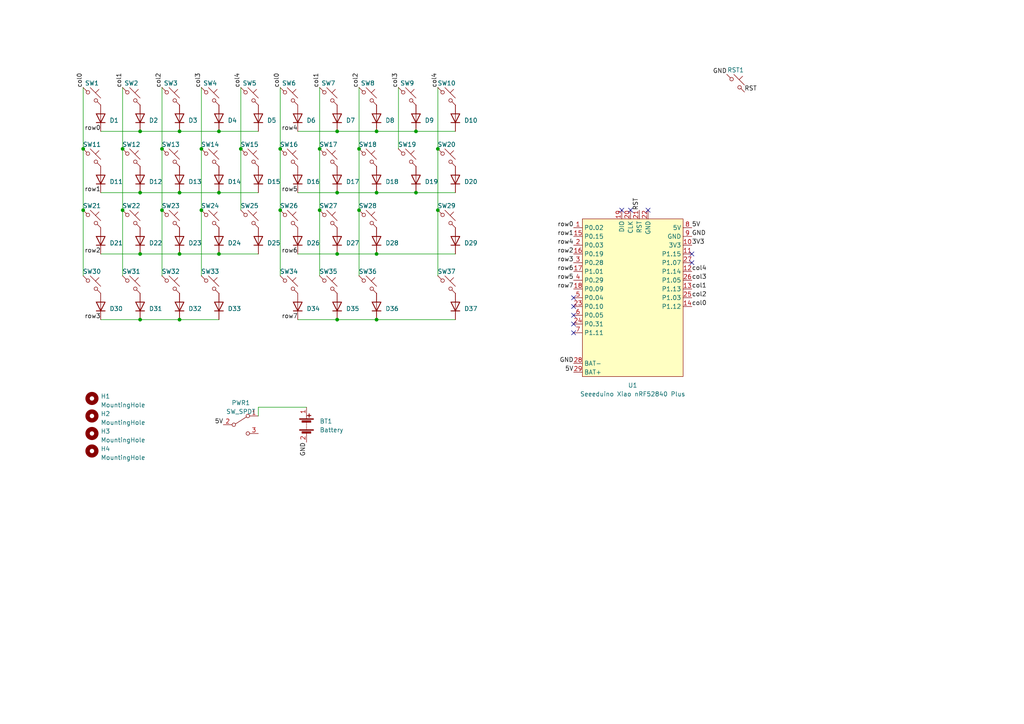
<source format=kicad_sch>
(kicad_sch (version 20250114) (generator "eeschema") (generator_version "9.0")
  (paper "A4")
  (lib_symbols
    (symbol "Device:Battery" (pin_names (offset 0) (hide yes))
      (property "Reference" "BT" (at 2.54 2.54 0))
      (property "Value" "Battery" (at 2.54 0 0))
      (symbol "Battery_0_1"
        (rectangle (start -2.032 1.778) (end 2.032 1.524) (fill (type outline)))
        (rectangle (start -2.032 -1.397) (end 2.032 -1.651) (fill (type outline)))
        (rectangle (start -1.3208 1.1938) (end 1.27 0.6858) (fill (type outline)))
        (rectangle (start -1.3208 -1.9812) (end 1.27 -2.4892) (fill (type outline)))
        (polyline (pts (xy 0 1.778) (xy 0 2.54)))
        (polyline (pts (xy 0 0.508) (xy 0 0.762)))
        (polyline (pts (xy 0 0) (xy 0 0.254)))
        (polyline (pts (xy 0 -0.508) (xy 0 -0.254)))
        (polyline (pts (xy 0 -1.016) (xy 0 -0.762)))
        (polyline (pts (xy 0 -1.524) (xy 0 -1.27)))
        (polyline (pts (xy 0.254 2.667) (xy 1.27 2.667)) (stroke (width 0.254)))
        (polyline (pts (xy 0.762 3.175) (xy 0.762 2.159)) (stroke (width 0.254)))
      )
      (symbol "Battery_1_1"
        (pin passive line (at 0 5.08 270) (length 2.54) (name "+") (number "1"))
        (pin passive line (at 0 -5.08 90) (length 2.54) (name "-") (number "2"))
      )
    )
    (symbol "Diode:1N4148W" (pin_numbers (hide yes)) (pin_names (hide yes))
      (property "Reference" "D" (at 0 2.54 0))
      (property "Value" "1N4148W" (at 0 -2.54 0))
      (symbol "1N4148W_0_1"
        (polyline (pts (xy -1.27 1.27) (xy -1.27 -1.27)) (stroke (width 0.254)))
        (polyline (pts (xy 1.27 1.27) (xy 1.27 -1.27) (xy -1.27 0) (xy 1.27 1.27)) (stroke (width 0.254)))
        (polyline (pts (xy 1.27 0) (xy -1.27 0)))
      )
      (symbol "1N4148W_1_1"
        (pin passive line (at -3.81 0 0) (length 2.54) (name "K") (number "1"))
        (pin passive line (at 3.81 0 180) (length 2.54) (name "A") (number "2"))
      )
    )
    (symbol "Mechanical:MountingHole" (pin_names (offset 1.016))
      (property "Reference" "H" (at 0 5.08 0))
      (property "Value" "MountingHole" (at 0 3.175 0))
      (symbol "MountingHole_0_1"
        (circle (center 0 0) (radius 1.27) (stroke (width 1.27)))
      )
    )
    (symbol "Switch:SW_Push_45deg" (pin_numbers (hide yes)) (pin_names (offset 1.016) (hide yes))
      (property "Reference" "SW" (at 3.048 1.016 0))
      (property "Value" "SW_Push_45deg" (at 0 -3.81 0))
      (symbol "SW_Push_45deg_0_1"
        (polyline (pts (xy -2.54 2.54) (xy -1.524 1.524) (xy -1.524 1.524)))
        (circle (center -1.1684 1.1684) (radius 0.508))
        (polyline (pts (xy -0.508 2.54) (xy 2.54 -0.508)))
        (polyline (pts (xy 1.016 1.016) (xy 2.032 2.032)))
        (circle (center 1.143 -1.1938) (radius 0.508))
        (polyline (pts (xy 1.524 -1.524) (xy 2.54 -2.54) (xy 2.54 -2.54) (xy 2.54 -2.54)))
        (pin passive line (at -2.54 2.54 0) (length 0) (name "1") (number "1"))
        (pin passive line (at 2.54 -2.54 180) (length 0) (name "2") (number "2"))
      )
    )
    (symbol "Switch:SW_SPDT" (pin_names (offset 0) (hide yes))
      (property "Reference" "SW" (at 0 4.318 0))
      (property "Value" "SW_SPDT" (at 0 -5.08 0))
      (symbol "SW_SPDT_0_0"
        (circle (center -2.032 0) (radius 0.508))
        (circle (center 2.032 -2.54) (radius 0.508))
      )
      (symbol "SW_SPDT_0_1"
        (polyline (pts (xy -1.524 0.254) (xy 1.651 2.286)))
        (circle (center 2.032 2.54) (radius 0.508))
      )
      (symbol "SW_SPDT_1_1"
        (pin passive line (at -5.08 0 0) (length 2.54) (name "B") (number "2"))
        (pin passive line (at 5.08 2.54 180) (length 2.54) (name "A") (number "1"))
        (pin passive line (at 5.08 -2.54 180) (length 2.54) (name "C") (number "3"))
      )
    )
    (symbol "xiao nrf plus:Seeeduino_Xiao_nRF52840_Plus" (in_bom no)
      (property "Reference" "U1" (at 4.445 -31.75 0))
      (property "Value" "Seeeduino Xiao nRF52840 Plus" (at 4.445 -34.29 0))
      (symbol "Seeeduino_Xiao_nRF52840_Plus_1_0"
        (pin bidirectional line (at -12.7 13.97 0) (length 2.54) (name "P0.02") (number "1"))
        (pin bidirectional line (at -12.7 8.89 0) (length 2.54) (name "P0.03") (number "2"))
        (pin bidirectional line (at -12.7 3.81 0) (length 2.54) (name "P0.28") (number "3"))
        (pin bidirectional line (at -12.7 -1.27 0) (length 2.54) (name "P0.29") (number "4"))
        (pin bidirectional line (at -12.7 -3.81 0) (length 2.54) (name "P0.09") (number "18"))
        (pin bidirectional line (at -12.7 -6.35 0) (length 2.54) (name "P0.04") (number "5"))
        (pin bidirectional line (at -12.7 -8.89 0) (length 2.54) (name "P0.10") (number "23"))
        (pin bidirectional line (at -12.7 -11.43 0) (length 2.54) (name "P0.05") (number "6"))
        (pin bidirectional line (at -12.7 -13.97 0) (length 2.54) (name "P0.31") (number "24"))
        (pin bidirectional line (at -12.7 -16.51 0) (length 2.54) (name "P1.11") (number "7"))
        (pin power_in line (at -12.7 -25.4 0) (length 2.54) (name "BAT-") (number "28"))
        (pin power_in line (at -12.7 -27.94 0) (length 2.54) (name "BAT+") (number "29"))
        (pin bidirectional line (at 1.27 19.05 270) (length 2.54) (name "DIO") (number "19"))
        (pin bidirectional line (at 3.81 19.05 270) (length 2.54) (name "CLK") (number "20"))
        (pin bidirectional line (at 6.35 19.05 270) (length 2.54) (name "RST") (number "21"))
        (pin power_out line (at 8.89 19.05 270) (length 2.54) (name "GND") (number "22"))
        (pin power_out line (at 21.59 13.97 180) (length 2.54) (name "5V") (number "8"))
        (pin power_out line (at 21.59 11.43 180) (length 2.54) (name "GND") (number "9"))
        (pin power_out line (at 21.59 8.89 180) (length 2.54) (name "3V3") (number "10"))
        (pin bidirectional line (at 21.59 6.35 180) (length 2.54) (name "P1.15") (number "11"))
        (pin bidirectional line (at 21.59 3.81 180) (length 2.54) (name "P1.07") (number "27"))
        (pin bidirectional line (at 21.59 1.27 180) (length 2.54) (name "P1.14") (number "12"))
        (pin bidirectional line (at 21.59 -1.27 180) (length 2.54) (name "P1.05") (number "26"))
        (pin bidirectional line (at 21.59 -3.81 180) (length 2.54) (name "P1.13") (number "13"))
        (pin bidirectional line (at 21.59 -6.35 180) (length 2.54) (name "P1.03") (number "25"))
        (pin bidirectional line (at 21.59 -8.89 180) (length 2.54) (name "P1.12") (number "14"))
      )
      (symbol "Seeeduino_Xiao_nRF52840_Plus_1_1"
        (rectangle (start -10.16 16.51) (end 19.05 -29.21) (fill (type background)))
        (pin bidirectional line (at -12.7 11.43 0) (length 2.54) (name "P0.15") (number "15"))
        (pin bidirectional line (at -12.7 6.35 0) (length 2.54) (name "P0.19") (number "16"))
        (pin bidirectional line (at -12.7 1.27 0) (length 2.54) (name "P1.01") (number "17"))
      )
    )
  )
  (junction (at 40.64 55.88))
  (junction (at 97.79 38.1))
  (junction (at 46.99 60.96))
  (junction (at 58.42 60.96))
  (junction (at 97.79 73.66))
  (junction (at 52.07 73.66))
  (junction (at 52.07 38.1))
  (junction (at 58.42 43.18))
  (junction (at 35.56 60.96))
  (junction (at 35.56 43.18))
  (junction (at 120.65 55.88))
  (junction (at 109.22 38.1))
  (junction (at 92.71 43.18))
  (junction (at 63.5 55.88))
  (junction (at 109.22 92.71))
  (junction (at 109.22 55.88))
  (junction (at 81.28 60.96))
  (junction (at 104.14 60.96))
  (junction (at 52.07 55.88))
  (junction (at 97.79 55.88))
  (junction (at 109.22 73.66))
  (junction (at 40.64 73.66))
  (junction (at 46.99 43.18))
  (junction (at 24.13 60.96))
  (junction (at 40.64 92.71))
  (junction (at 127 60.96))
  (junction (at 120.65 38.1))
  (junction (at 63.5 38.1))
  (junction (at 69.85 43.18))
  (junction (at 40.64 38.1))
  (junction (at 81.28 43.18))
  (junction (at 104.14 43.18))
  (junction (at 127 43.18))
  (junction (at 24.13 43.18))
  (junction (at 92.71 60.96))
  (junction (at 63.5 73.66))
  (junction (at 52.07 92.71))
  (junction (at 97.79 92.71))
  (no_connect (at 166.37 96.52))
  (no_connect (at 180.34 60.96))
  (no_connect (at 200.66 76.2))
  (no_connect (at 166.37 86.36))
  (no_connect (at 166.37 93.98))
  (no_connect (at 200.66 73.66))
  (no_connect (at 166.37 88.9))
  (no_connect (at 182.88 60.96))
  (no_connect (at 187.96 60.96))
  (no_connect (at 166.37 91.44))
  (wire (pts (xy 40.64 73.66) (xy 52.07 73.66)))
  (wire (pts (xy 104.14 25.4) (xy 104.14 43.18)))
  (wire (pts (xy 63.5 73.66) (xy 74.93 73.66)))
  (wire (pts (xy 40.64 92.71) (xy 52.07 92.71)))
  (wire (pts (xy 104.14 60.96) (xy 104.14 80.01)))
  (wire (pts (xy 52.07 73.66) (xy 63.5 73.66)))
  (wire (pts (xy 29.21 38.1) (xy 40.64 38.1)))
  (wire (pts (xy 88.9 118.11) (xy 74.93 118.11)))
  (wire (pts (xy 58.42 43.18) (xy 58.42 60.96)))
  (wire (pts (xy 24.13 60.96) (xy 24.13 80.01)))
  (wire (pts (xy 104.14 43.18) (xy 104.14 60.96)))
  (wire (pts (xy 24.13 25.4) (xy 24.13 43.18)))
  (wire (pts (xy 81.28 25.4) (xy 81.28 43.18)))
  (wire (pts (xy 97.79 92.71) (xy 109.22 92.71)))
  (wire (pts (xy 86.36 73.66) (xy 97.79 73.66)))
  (wire (pts (xy 127 25.4) (xy 127 43.18)))
  (wire (pts (xy 127 43.18) (xy 127 60.96)))
  (wire (pts (xy 109.22 92.71) (xy 132.08 92.71)))
  (wire (pts (xy 63.5 55.88) (xy 74.93 55.88)))
  (wire (pts (xy 29.21 55.88) (xy 40.64 55.88)))
  (wire (pts (xy 81.28 60.96) (xy 81.28 80.01)))
  (wire (pts (xy 24.13 43.18) (xy 24.13 60.96)))
  (wire (pts (xy 69.85 43.18) (xy 69.85 60.96)))
  (wire (pts (xy 97.79 38.1) (xy 109.22 38.1)))
  (wire (pts (xy 69.85 25.4) (xy 69.85 43.18)))
  (wire (pts (xy 120.65 38.1) (xy 132.08 38.1)))
  (wire (pts (xy 52.07 55.88) (xy 63.5 55.88)))
  (wire (pts (xy 46.99 60.96) (xy 46.99 80.01)))
  (wire (pts (xy 29.21 92.71) (xy 40.64 92.71)))
  (wire (pts (xy 92.71 43.18) (xy 92.71 60.96)))
  (wire (pts (xy 127 60.96) (xy 127 80.01)))
  (wire (pts (xy 58.42 60.96) (xy 58.42 80.01)))
  (wire (pts (xy 109.22 73.66) (xy 132.08 73.66)))
  (wire (pts (xy 74.93 118.11) (xy 74.93 120.65)))
  (wire (pts (xy 40.64 55.88) (xy 52.07 55.88)))
  (wire (pts (xy 97.79 73.66) (xy 109.22 73.66)))
  (wire (pts (xy 92.71 25.4) (xy 92.71 43.18)))
  (wire (pts (xy 115.57 25.4) (xy 115.57 43.18)))
  (wire (pts (xy 63.5 38.1) (xy 74.93 38.1)))
  (wire (pts (xy 29.21 73.66) (xy 40.64 73.66)))
  (wire (pts (xy 46.99 25.4) (xy 46.99 43.18)))
  (wire (pts (xy 97.79 55.88) (xy 109.22 55.88)))
  (wire (pts (xy 86.36 55.88) (xy 97.79 55.88)))
  (wire (pts (xy 58.42 25.4) (xy 58.42 43.18)))
  (wire (pts (xy 109.22 55.88) (xy 120.65 55.88)))
  (wire (pts (xy 120.65 55.88) (xy 132.08 55.88)))
  (wire (pts (xy 35.56 43.18) (xy 35.56 60.96)))
  (wire (pts (xy 35.56 60.96) (xy 35.56 80.01)))
  (wire (pts (xy 52.07 92.71) (xy 63.5 92.71)))
  (wire (pts (xy 86.36 92.71) (xy 97.79 92.71)))
  (wire (pts (xy 40.64 38.1) (xy 52.07 38.1)))
  (wire (pts (xy 35.56 25.4) (xy 35.56 43.18)))
  (wire (pts (xy 46.99 43.18) (xy 46.99 60.96)))
  (wire (pts (xy 86.36 38.1) (xy 97.79 38.1)))
  (wire (pts (xy 92.71 60.96) (xy 92.71 80.01)))
  (wire (pts (xy 52.07 38.1) (xy 63.5 38.1)))
  (wire (pts (xy 81.28 43.18) (xy 81.28 60.96)))
  (wire (pts (xy 109.22 38.1) (xy 120.65 38.1)))
  (label "GND" (at 200.66 68.58 0))
  (label "row3" (at 166.37 76.2 180))
  (label "col1" (at 92.71 25.4 90))
  (label "row3" (at 29.21 92.71 180))
  (label "col3" (at 58.42 25.4 90))
  (label "col0" (at 81.28 25.4 90))
  (label "col0" (at 24.13 25.4 90))
  (label "RST" (at 215.9 26.67 0))
  (label "row1" (at 29.21 55.88 180))
  (label "3V3" (at 200.66 71.12 0))
  (label "col3" (at 200.66 81.28 0))
  (label "col4" (at 200.66 78.74 0))
  (label "row7" (at 86.36 92.71 180))
  (label "row5" (at 86.36 55.88 180))
  (label "GND" (at 88.9 128.27 270))
  (label "col1" (at 200.66 83.82 0))
  (label "row2" (at 166.37 73.66 180))
  (label "row4" (at 166.37 71.12 180))
  (label "row2" (at 29.21 73.66 180))
  (label "row0" (at 166.37 66.04 180))
  (label "RST" (at 185.42 60.96 90))
  (label "col4" (at 127 25.4 90))
  (label "row0" (at 29.21 38.1 180))
  (label "5V" (at 64.77 123.19 180))
  (label "col1" (at 35.56 25.4 90))
  (label "row4" (at 86.36 38.1 180))
  (label "col0" (at 200.66 88.9 0))
  (label "row5" (at 166.37 81.28 180))
  (label "col3" (at 115.57 25.4 90))
  (label "GND" (at 166.37 105.41 180))
  (label "row6" (at 166.37 78.74 180))
  (label "5V" (at 166.37 107.95 180))
  (label "GND" (at 210.82 21.59 180))
  (label "row7" (at 166.37 83.82 180))
  (label "row1" (at 166.37 68.58 180))
  (label "col2" (at 104.14 25.4 90))
  (label "5V" (at 200.66 66.04 0))
  (label "col2" (at 200.66 86.36 0))
  (label "col2" (at 46.99 25.4 90))
  (label "col4" (at 69.85 25.4 90))
  (label "row6" (at 86.36 73.66 180))
  (symbol (lib_id "Switch:SW_SPDT") (at 69.85 123.19 0) (unit 1)
    (property "Reference" "PWR1" (at 69.85 116.84 0))
    (property "Value" "SW_SPDT" (at 69.85 119.38 0))
    (property "Footprint" "0-jasonhazel-footprints:SW_CuK_OS102011MA1QN1_SPDT_Angled" (effects (hide yes)))
  )
  (symbol (lib_id "Diode:1N4148W") (at 63.5 69.85 90) (unit 1)
    (property "Reference" "D24" (at 66.04 70.485 90) (effects (justify right)))
    (property "Value" "1N4148W" (effects (hide yes)))
    (property "Footprint" "0-jasonhazel-footprints:D_SOD-123" (effects (hide yes)))
    (property "Datasheet" "https://www.vishay.com/docs/85748/1n4148w.pdf" (effects (hide yes)))
    (property "Sim.Device" "D" (effects (hide yes)))
    (property "Sim.Pins" "1=K 2=A" (effects (hide yes)))
  )
  (symbol (lib_id "Switch:SW_Push_45deg") (at 72.39 27.94 0) (unit 1)
    (property "Reference" "SW5" (at 72.39 24.13 0))
    (property "Value" "SW_Push_45deg" (effects (hide yes)))
    (property "Footprint" "0-jasonhazel-footprints:Choc-1u-solder" (effects (hide yes)))
  )
  (symbol (lib_id "Mechanical:MountingHole") (at 26.67 120.65 0) (unit 1)
    (property "Reference" "H2" (at 29.21 120.015 0) (effects (justify left)))
    (property "Value" "MountingHole" (at 29.21 122.555 0) (effects (justify left)))
  )
  (symbol (lib_id "Switch:SW_Push_45deg") (at 118.11 27.94 0) (unit 1)
    (property "Reference" "SW9" (at 118.11 24.13 0))
    (property "Value" "SW_Push_45deg" (effects (hide yes)))
    (property "Footprint" "0-jasonhazel-footprints:Choc-1u-solder" (effects (hide yes)))
  )
  (symbol (lib_id "Switch:SW_Push_45deg") (at 129.54 45.72 0) (unit 1)
    (property "Reference" "SW20" (at 129.54 41.91 0))
    (property "Value" "SW_Push_45deg" (effects (hide yes)))
    (property "Footprint" "0-jasonhazel-footprints:Choc-1u-solder" (effects (hide yes)))
  )
  (symbol (lib_id "Switch:SW_Push_45deg") (at 60.96 27.94 0) (unit 1)
    (property "Reference" "SW4" (at 60.96 24.13 0))
    (property "Value" "SW_Push_45deg" (effects (hide yes)))
    (property "Footprint" "0-jasonhazel-footprints:Choc-1u-solder" (effects (hide yes)))
  )
  (symbol (lib_id "Diode:1N4148W") (at 97.79 52.07 90) (unit 1)
    (property "Reference" "D17" (at 100.33 52.705 90) (effects (justify right)))
    (property "Value" "1N4148W" (effects (hide yes)))
    (property "Footprint" "0-jasonhazel-footprints:D_SOD-123" (effects (hide yes)))
    (property "Datasheet" "https://www.vishay.com/docs/85748/1n4148w.pdf" (effects (hide yes)))
    (property "Sim.Device" "D" (effects (hide yes)))
    (property "Sim.Pins" "1=K 2=A" (effects (hide yes)))
  )
  (symbol (lib_id "Diode:1N4148W") (at 29.21 88.9 90) (unit 1)
    (property "Reference" "D30" (at 31.75 89.535 90) (effects (justify right)))
    (property "Value" "1N4148W" (effects (hide yes)))
    (property "Footprint" "0-jasonhazel-footprints:D_SOD-123" (effects (hide yes)))
    (property "Datasheet" "https://www.vishay.com/docs/85748/1n4148w.pdf" (effects (hide yes)))
    (property "Sim.Device" "D" (effects (hide yes)))
    (property "Sim.Pins" "1=K 2=A" (effects (hide yes)))
  )
  (symbol (lib_id "Mechanical:MountingHole") (at 26.67 130.81 0) (unit 1)
    (property "Reference" "H4" (at 29.21 130.175 0) (effects (justify left)))
    (property "Value" "MountingHole" (at 29.21 132.715 0) (effects (justify left)))
  )
  (symbol (lib_id "Switch:SW_Push_45deg") (at 83.82 45.72 0) (unit 1)
    (property "Reference" "SW16" (at 83.82 41.91 0))
    (property "Value" "SW_Push_45deg" (effects (hide yes)))
    (property "Footprint" "0-jasonhazel-footprints:Choc-1u-solder" (effects (hide yes)))
  )
  (symbol (lib_id "Switch:SW_Push_45deg") (at 49.53 27.94 0) (unit 1)
    (property "Reference" "SW3" (at 49.53 24.13 0))
    (property "Value" "SW_Push_45deg" (effects (hide yes)))
    (property "Footprint" "0-jasonhazel-footprints:Choc-1u-solder" (effects (hide yes)))
  )
  (symbol (lib_id "Diode:1N4148W") (at 86.36 52.07 90) (unit 1)
    (property "Reference" "D16" (at 88.9 52.705 90) (effects (justify right)))
    (property "Value" "1N4148W" (effects (hide yes)))
    (property "Footprint" "0-jasonhazel-footprints:D_SOD-123" (effects (hide yes)))
    (property "Datasheet" "https://www.vishay.com/docs/85748/1n4148w.pdf" (effects (hide yes)))
    (property "Sim.Device" "D" (effects (hide yes)))
    (property "Sim.Pins" "1=K 2=A" (effects (hide yes)))
  )
  (symbol (lib_id "Diode:1N4148W") (at 63.5 52.07 90) (unit 1)
    (property "Reference" "D14" (at 66.04 52.705 90) (effects (justify right)))
    (property "Value" "1N4148W" (effects (hide yes)))
    (property "Footprint" "0-jasonhazel-footprints:D_SOD-123" (effects (hide yes)))
    (property "Datasheet" "https://www.vishay.com/docs/85748/1n4148w.pdf" (effects (hide yes)))
    (property "Sim.Device" "D" (effects (hide yes)))
    (property "Sim.Pins" "1=K 2=A" (effects (hide yes)))
  )
  (symbol (lib_id "Switch:SW_Push_45deg") (at 26.67 82.55 0) (unit 1)
    (property "Reference" "SW30" (at 26.67 78.74 0))
    (property "Value" "SW_Push_45deg" (effects (hide yes)))
    (property "Footprint" "0-jasonhazel-footprints:Choc-1u-solder" (effects (hide yes)))
  )
  (symbol (lib_id "Switch:SW_Push_45deg") (at 106.68 27.94 0) (unit 1)
    (property "Reference" "SW8" (at 106.68 24.13 0))
    (property "Value" "SW_Push_45deg" (effects (hide yes)))
    (property "Footprint" "0-jasonhazel-footprints:Choc-1u-solder" (effects (hide yes)))
  )
  (symbol (lib_id "Diode:1N4148W") (at 86.36 88.9 90) (unit 1)
    (property "Reference" "D34" (at 88.9 89.535 90) (effects (justify right)))
    (property "Value" "1N4148W" (effects (hide yes)))
    (property "Footprint" "0-jasonhazel-footprints:D_SOD-123" (effects (hide yes)))
    (property "Datasheet" "https://www.vishay.com/docs/85748/1n4148w.pdf" (effects (hide yes)))
    (property "Sim.Device" "D" (effects (hide yes)))
    (property "Sim.Pins" "1=K 2=A" (effects (hide yes)))
  )
  (symbol (lib_id "Diode:1N4148W") (at 109.22 34.29 90) (unit 1)
    (property "Reference" "D8" (at 111.76 34.925 90) (effects (justify right)))
    (property "Value" "1N4148W" (effects (hide yes)))
    (property "Footprint" "0-jasonhazel-footprints:D_SOD-123" (effects (hide yes)))
    (property "Datasheet" "https://www.vishay.com/docs/85748/1n4148w.pdf" (effects (hide yes)))
    (property "Sim.Device" "D" (effects (hide yes)))
    (property "Sim.Pins" "1=K 2=A" (effects (hide yes)))
  )
  (symbol (lib_id "Switch:SW_Push_45deg") (at 72.39 45.72 0) (unit 1)
    (property "Reference" "SW15" (at 72.39 41.91 0))
    (property "Value" "SW_Push_45deg" (effects (hide yes)))
    (property "Footprint" "0-jasonhazel-footprints:Choc-1u-solder" (effects (hide yes)))
  )
  (symbol (lib_id "Switch:SW_Push_45deg") (at 95.25 27.94 0) (unit 1)
    (property "Reference" "SW7" (at 95.25 24.13 0))
    (property "Value" "SW_Push_45deg" (effects (hide yes)))
    (property "Footprint" "0-jasonhazel-footprints:Choc-1u-solder" (effects (hide yes)))
  )
  (symbol (lib_id "Diode:1N4148W") (at 132.08 34.29 90) (unit 1)
    (property "Reference" "D10" (at 134.62 34.925 90) (effects (justify right)))
    (property "Value" "1N4148W" (effects (hide yes)))
    (property "Footprint" "0-jasonhazel-footprints:D_SOD-123" (effects (hide yes)))
    (property "Datasheet" "https://www.vishay.com/docs/85748/1n4148w.pdf" (effects (hide yes)))
    (property "Sim.Device" "D" (effects (hide yes)))
    (property "Sim.Pins" "1=K 2=A" (effects (hide yes)))
  )
  (symbol (lib_id "Diode:1N4148W") (at 132.08 69.85 90) (unit 1)
    (property "Reference" "D29" (at 134.62 70.485 90) (effects (justify right)))
    (property "Value" "1N4148W" (effects (hide yes)))
    (property "Footprint" "0-jasonhazel-footprints:D_SOD-123" (effects (hide yes)))
    (property "Datasheet" "https://www.vishay.com/docs/85748/1n4148w.pdf" (effects (hide yes)))
    (property "Sim.Device" "D" (effects (hide yes)))
    (property "Sim.Pins" "1=K 2=A" (effects (hide yes)))
  )
  (symbol (lib_id "Switch:SW_Push_45deg") (at 95.25 63.5 0) (unit 1)
    (property "Reference" "SW27" (at 95.25 59.69 0))
    (property "Value" "SW_Push_45deg" (effects (hide yes)))
    (property "Footprint" "0-jasonhazel-footprints:Choc-1u-solder" (effects (hide yes)))
  )
  (symbol (lib_id "Diode:1N4148W") (at 52.07 88.9 90) (unit 1)
    (property "Reference" "D32" (at 54.61 89.535 90) (effects (justify right)))
    (property "Value" "1N4148W" (effects (hide yes)))
    (property "Footprint" "0-jasonhazel-footprints:D_SOD-123" (effects (hide yes)))
    (property "Datasheet" "https://www.vishay.com/docs/85748/1n4148w.pdf" (effects (hide yes)))
    (property "Sim.Device" "D" (effects (hide yes)))
    (property "Sim.Pins" "1=K 2=A" (effects (hide yes)))
  )
  (symbol (lib_id "Switch:SW_Push_45deg") (at 106.68 45.72 0) (unit 1)
    (property "Reference" "SW18" (at 106.68 41.91 0))
    (property "Value" "SW_Push_45deg" (effects (hide yes)))
    (property "Footprint" "0-jasonhazel-footprints:Choc-1u-solder" (effects (hide yes)))
  )
  (symbol (lib_id "Diode:1N4148W") (at 52.07 52.07 90) (unit 1)
    (property "Reference" "D13" (at 54.61 52.705 90) (effects (justify right)))
    (property "Value" "1N4148W" (effects (hide yes)))
    (property "Footprint" "0-jasonhazel-footprints:D_SOD-123" (effects (hide yes)))
    (property "Datasheet" "https://www.vishay.com/docs/85748/1n4148w.pdf" (effects (hide yes)))
    (property "Sim.Device" "D" (effects (hide yes)))
    (property "Sim.Pins" "1=K 2=A" (effects (hide yes)))
  )
  (symbol (lib_id "Diode:1N4148W") (at 63.5 34.29 90) (unit 1)
    (property "Reference" "D4" (at 66.04 34.925 90) (effects (justify right)))
    (property "Value" "1N4148W" (effects (hide yes)))
    (property "Footprint" "0-jasonhazel-footprints:D_SOD-123" (effects (hide yes)))
    (property "Datasheet" "https://www.vishay.com/docs/85748/1n4148w.pdf" (effects (hide yes)))
    (property "Sim.Device" "D" (effects (hide yes)))
    (property "Sim.Pins" "1=K 2=A" (effects (hide yes)))
  )
  (symbol (lib_id "Diode:1N4148W") (at 97.79 69.85 90) (unit 1)
    (property "Reference" "D27" (at 100.33 70.485 90) (effects (justify right)))
    (property "Value" "1N4148W" (effects (hide yes)))
    (property "Footprint" "0-jasonhazel-footprints:D_SOD-123" (effects (hide yes)))
    (property "Datasheet" "https://www.vishay.com/docs/85748/1n4148w.pdf" (effects (hide yes)))
    (property "Sim.Device" "D" (effects (hide yes)))
    (property "Sim.Pins" "1=K 2=A" (effects (hide yes)))
  )
  (symbol (lib_id "Diode:1N4148W") (at 109.22 52.07 90) (unit 1)
    (property "Reference" "D18" (at 111.76 52.705 90) (effects (justify right)))
    (property "Value" "1N4148W" (effects (hide yes)))
    (property "Footprint" "0-jasonhazel-footprints:D_SOD-123" (effects (hide yes)))
    (property "Datasheet" "https://www.vishay.com/docs/85748/1n4148w.pdf" (effects (hide yes)))
    (property "Sim.Device" "D" (effects (hide yes)))
    (property "Sim.Pins" "1=K 2=A" (effects (hide yes)))
  )
  (symbol (lib_id "Diode:1N4148W") (at 97.79 34.29 90) (unit 1)
    (property "Reference" "D7" (at 100.33 34.925 90) (effects (justify right)))
    (property "Value" "1N4148W" (effects (hide yes)))
    (property "Footprint" "0-jasonhazel-footprints:D_SOD-123" (effects (hide yes)))
    (property "Datasheet" "https://www.vishay.com/docs/85748/1n4148w.pdf" (effects (hide yes)))
    (property "Sim.Device" "D" (effects (hide yes)))
    (property "Sim.Pins" "1=K 2=A" (effects (hide yes)))
  )
  (symbol (lib_id "Switch:SW_Push_45deg") (at 26.67 63.5 0) (unit 1)
    (property "Reference" "SW21" (at 26.67 59.69 0))
    (property "Value" "SW_Push_45deg" (effects (hide yes)))
    (property "Footprint" "0-jasonhazel-footprints:Choc-1.75u-solder" (effects (hide yes)))
  )
  (symbol (lib_id "Diode:1N4148W") (at 29.21 34.29 90) (unit 1)
    (property "Reference" "D1" (at 31.75 34.925 90) (effects (justify right)))
    (property "Value" "1N4148W" (effects (hide yes)))
    (property "Footprint" "0-jasonhazel-footprints:D_SOD-123" (effects (hide yes)))
    (property "Datasheet" "https://www.vishay.com/docs/85748/1n4148w.pdf" (effects (hide yes)))
    (property "Sim.Device" "D" (effects (hide yes)))
    (property "Sim.Pins" "1=K 2=A" (effects (hide yes)))
  )
  (symbol (lib_id "Switch:SW_Push_45deg") (at 38.1 45.72 0) (unit 1)
    (property "Reference" "SW12" (at 38.1 41.91 0))
    (property "Value" "SW_Push_45deg" (effects (hide yes)))
    (property "Footprint" "0-jasonhazel-footprints:Choc-1u-solder" (effects (hide yes)))
  )
  (symbol (lib_id "Switch:SW_Push_45deg") (at 83.82 63.5 0) (unit 1)
    (property "Reference" "SW26" (at 83.82 59.69 0))
    (property "Value" "SW_Push_45deg" (effects (hide yes)))
    (property "Footprint" "0-jasonhazel-footprints:Choc-1u-solder" (effects (hide yes)))
  )
  (symbol (lib_id "Diode:1N4148W") (at 120.65 52.07 90) (unit 1)
    (property "Reference" "D19" (at 123.19 52.705 90) (effects (justify right)))
    (property "Value" "1N4148W" (effects (hide yes)))
    (property "Footprint" "0-jasonhazel-footprints:D_SOD-123" (effects (hide yes)))
    (property "Datasheet" "https://www.vishay.com/docs/85748/1n4148w.pdf" (effects (hide yes)))
    (property "Sim.Device" "D" (effects (hide yes)))
    (property "Sim.Pins" "1=K 2=A" (effects (hide yes)))
  )
  (symbol (lib_id "Switch:SW_Push_45deg") (at 129.54 27.94 0) (unit 1)
    (property "Reference" "SW10" (at 129.54 24.13 0))
    (property "Value" "SW_Push_45deg" (effects (hide yes)))
    (property "Footprint" "0-jasonhazel-footprints:Choc-1.25u-solder" (effects (hide yes)))
  )
  (symbol (lib_id "Diode:1N4148W") (at 86.36 34.29 90) (unit 1)
    (property "Reference" "D6" (at 88.9 34.925 90) (effects (justify right)))
    (property "Value" "1N4148W" (effects (hide yes)))
    (property "Footprint" "0-jasonhazel-footprints:D_SOD-123" (effects (hide yes)))
    (property "Datasheet" "https://www.vishay.com/docs/85748/1n4148w.pdf" (effects (hide yes)))
    (property "Sim.Device" "D" (effects (hide yes)))
    (property "Sim.Pins" "1=K 2=A" (effects (hide yes)))
  )
  (symbol (lib_id "Diode:1N4148W") (at 97.79 88.9 90) (unit 1)
    (property "Reference" "D35" (at 100.33 89.535 90) (effects (justify right)))
    (property "Value" "1N4148W" (effects (hide yes)))
    (property "Footprint" "0-jasonhazel-footprints:D_SOD-123" (effects (hide yes)))
    (property "Datasheet" "https://www.vishay.com/docs/85748/1n4148w.pdf" (effects (hide yes)))
    (property "Sim.Device" "D" (effects (hide yes)))
    (property "Sim.Pins" "1=K 2=A" (effects (hide yes)))
  )
  (symbol (lib_id "Diode:1N4148W") (at 52.07 34.29 90) (unit 1)
    (property "Reference" "D3" (at 54.61 34.925 90) (effects (justify right)))
    (property "Value" "1N4148W" (effects (hide yes)))
    (property "Footprint" "0-jasonhazel-footprints:D_SOD-123" (effects (hide yes)))
    (property "Datasheet" "https://www.vishay.com/docs/85748/1n4148w.pdf" (effects (hide yes)))
    (property "Sim.Device" "D" (effects (hide yes)))
    (property "Sim.Pins" "1=K 2=A" (effects (hide yes)))
  )
  (symbol (lib_id "Switch:SW_Push_45deg") (at 49.53 82.55 0) (unit 1)
    (property "Reference" "SW32" (at 49.53 78.74 0))
    (property "Value" "SW_Push_45deg" (effects (hide yes)))
    (property "Footprint" "0-jasonhazel-footprints:Choc-1u-solder" (effects (hide yes)))
  )
  (symbol (lib_id "Diode:1N4148W") (at 120.65 34.29 90) (unit 1)
    (property "Reference" "D9" (at 123.19 34.925 90) (effects (justify right)))
    (property "Value" "1N4148W" (effects (hide yes)))
    (property "Footprint" "0-jasonhazel-footprints:D_SOD-123" (effects (hide yes)))
    (property "Datasheet" "https://www.vishay.com/docs/85748/1n4148w.pdf" (effects (hide yes)))
    (property "Sim.Device" "D" (effects (hide yes)))
    (property "Sim.Pins" "1=K 2=A" (effects (hide yes)))
  )
  (symbol (lib_id "Switch:SW_Push_45deg") (at 213.36 24.13 0) (unit 1)
    (property "Reference" "RST1" (at 213.36 20.32 0))
    (property "Value" "SW_Push_45deg" (effects (hide yes)))
    (property "Footprint" "chaz:SKHLLCA010" (effects (hide yes)))
  )
  (symbol (lib_id "Switch:SW_Push_45deg") (at 38.1 27.94 0) (unit 1)
    (property "Reference" "SW2" (at 38.1 24.13 0))
    (property "Value" "SW_Push_45deg" (effects (hide yes)))
    (property "Footprint" "0-jasonhazel-footprints:Choc-1u-solder" (effects (hide yes)))
  )
  (symbol (lib_id "Mechanical:MountingHole") (at 26.67 115.57 0) (unit 1)
    (property "Reference" "H1" (at 29.21 114.935 0) (effects (justify left)))
    (property "Value" "MountingHole" (at 29.21 117.475 0) (effects (justify left)))
  )
  (symbol (lib_id "Switch:SW_Push_45deg") (at 26.67 45.72 0) (unit 1)
    (property "Reference" "SW11" (at 26.67 41.91 0))
    (property "Value" "SW_Push_45deg" (effects (hide yes)))
    (property "Footprint" "0-jasonhazel-footprints:Choc-1.25u-solder" (effects (hide yes)))
  )
  (symbol (lib_id "Diode:1N4148W") (at 29.21 52.07 90) (unit 1)
    (property "Reference" "D11" (at 31.75 52.705 90) (effects (justify right)))
    (property "Value" "1N4148W" (effects (hide yes)))
    (property "Footprint" "0-jasonhazel-footprints:D_SOD-123" (effects (hide yes)))
    (property "Datasheet" "https://www.vishay.com/docs/85748/1n4148w.pdf" (effects (hide yes)))
    (property "Sim.Device" "D" (effects (hide yes)))
    (property "Sim.Pins" "1=K 2=A" (effects (hide yes)))
  )
  (symbol (lib_id "Switch:SW_Push_45deg") (at 106.68 82.55 0) (unit 1)
    (property "Reference" "SW36" (at 106.68 78.74 0))
    (property "Value" "SW_Push_45deg" (effects (hide yes)))
    (property "Footprint" "0-jasonhazel-footprints:Choc-1u-solder" (effects (hide yes)))
  )
  (symbol (lib_id "Diode:1N4148W") (at 29.21 69.85 90) (unit 1)
    (property "Reference" "D21" (at 31.75 70.485 90) (effects (justify right)))
    (property "Value" "1N4148W" (effects (hide yes)))
    (property "Footprint" "0-jasonhazel-footprints:D_SOD-123" (effects (hide yes)))
    (property "Datasheet" "https://www.vishay.com/docs/85748/1n4148w.pdf" (effects (hide yes)))
    (property "Sim.Device" "D" (effects (hide yes)))
    (property "Sim.Pins" "1=K 2=A" (effects (hide yes)))
  )
  (symbol (lib_id "Switch:SW_Push_45deg") (at 83.82 27.94 0) (unit 1)
    (property "Reference" "SW6" (at 83.82 24.13 0))
    (property "Value" "SW_Push_45deg" (effects (hide yes)))
    (property "Footprint" "0-jasonhazel-footprints:Choc-1u-solder" (effects (hide yes)))
  )
  (symbol (lib_id "Mechanical:MountingHole") (at 26.67 125.73 0) (unit 1)
    (property "Reference" "H3" (at 29.21 125.095 0) (effects (justify left)))
    (property "Value" "MountingHole" (at 29.21 127.635 0) (effects (justify left)))
  )
  (symbol (lib_id "Switch:SW_Push_45deg") (at 38.1 82.55 0) (unit 1)
    (property "Reference" "SW31" (at 38.1 78.74 0))
    (property "Value" "SW_Push_45deg" (effects (hide yes)))
    (property "Footprint" "0-jasonhazel-footprints:Choc-1u-solder" (effects (hide yes)))
  )
  (symbol (lib_id "Switch:SW_Push_45deg") (at 49.53 63.5 0) (unit 1)
    (property "Reference" "SW23" (at 49.53 59.69 0))
    (property "Value" "SW_Push_45deg" (effects (hide yes)))
    (property "Footprint" "0-jasonhazel-footprints:Choc-1u-solder" (effects (hide yes)))
  )
  (symbol (lib_id "Switch:SW_Push_45deg") (at 38.1 63.5 0) (unit 1)
    (property "Reference" "SW22" (at 38.1 59.69 0))
    (property "Value" "SW_Push_45deg" (effects (hide yes)))
    (property "Footprint" "0-jasonhazel-footprints:Choc-1u-solder" (effects (hide yes)))
  )
  (symbol (lib_id "Diode:1N4148W") (at 63.5 88.9 90) (unit 1)
    (property "Reference" "D33" (at 66.04 89.535 90) (effects (justify right)))
    (property "Value" "1N4148W" (effects (hide yes)))
    (property "Footprint" "0-jasonhazel-footprints:D_SOD-123" (effects (hide yes)))
    (property "Datasheet" "https://www.vishay.com/docs/85748/1n4148w.pdf" (effects (hide yes)))
    (property "Sim.Device" "D" (effects (hide yes)))
    (property "Sim.Pins" "1=K 2=A" (effects (hide yes)))
  )
  (symbol (lib_id "Switch:SW_Push_45deg") (at 129.54 63.5 0) (unit 1)
    (property "Reference" "SW29" (at 129.54 59.69 0))
    (property "Value" "SW_Push_45deg" (effects (hide yes)))
    (property "Footprint" "0-jasonhazel-footprints:Choc-1.5u-solder" (effects (hide yes)))
  )
  (symbol (lib_id "Switch:SW_Push_45deg") (at 60.96 45.72 0) (unit 1)
    (property "Reference" "SW14" (at 60.96 41.91 0))
    (property "Value" "SW_Push_45deg" (effects (hide yes)))
    (property "Footprint" "0-jasonhazel-footprints:Choc-1u-solder" (effects (hide yes)))
  )
  (symbol (lib_id "xiao nrf plus:Seeeduino_Xiao_nRF52840_Plus") (at 179.07 80.01 0) (unit 1) (in_bom no)
    (property "Reference" "U1" (at 183.515 111.76 0))
    (property "Value" "Seeeduino Xiao nRF52840 Plus" (at 183.515 114.3 0))
    (property "Footprint" "xiao nrf52840 plus:Xiao_nRF52840_ACH" (effects (hide yes)))
    (property "Description" "Symbol for a Seeeduino Xiao nRF52840 Plus" (effects (hide yes)))
  )
  (symbol (lib_id "Diode:1N4148W") (at 40.64 52.07 90) (unit 1)
    (property "Reference" "D12" (at 43.18 52.705 90) (effects (justify right)))
    (property "Value" "1N4148W" (effects (hide yes)))
    (property "Footprint" "0-jasonhazel-footprints:D_SOD-123" (effects (hide yes)))
    (property "Datasheet" "https://www.vishay.com/docs/85748/1n4148w.pdf" (effects (hide yes)))
    (property "Sim.Device" "D" (effects (hide yes)))
    (property "Sim.Pins" "1=K 2=A" (effects (hide yes)))
  )
  (symbol (lib_id "Diode:1N4148W") (at 52.07 69.85 90) (unit 1)
    (property "Reference" "D23" (at 54.61 70.485 90) (effects (justify right)))
    (property "Value" "1N4148W" (effects (hide yes)))
    (property "Footprint" "0-jasonhazel-footprints:D_SOD-123" (effects (hide yes)))
    (property "Datasheet" "https://www.vishay.com/docs/85748/1n4148w.pdf" (effects (hide yes)))
    (property "Sim.Device" "D" (effects (hide yes)))
    (property "Sim.Pins" "1=K 2=A" (effects (hide yes)))
  )
  (symbol (lib_id "Switch:SW_Push_45deg") (at 129.54 82.55 0) (unit 1)
    (property "Reference" "SW37" (at 129.54 78.74 0))
    (property "Value" "SW_Push_45deg" (effects (hide yes)))
    (property "Footprint" "0-jasonhazel-footprints:Choc-1u-solder" (effects (hide yes)))
  )
  (symbol (lib_id "Diode:1N4148W") (at 40.64 34.29 90) (unit 1)
    (property "Reference" "D2" (at 43.18 34.925 90) (effects (justify right)))
    (property "Value" "1N4148W" (effects (hide yes)))
    (property "Footprint" "0-jasonhazel-footprints:D_SOD-123" (effects (hide yes)))
    (property "Datasheet" "https://www.vishay.com/docs/85748/1n4148w.pdf" (effects (hide yes)))
    (property "Sim.Device" "D" (effects (hide yes)))
    (property "Sim.Pins" "1=K 2=A" (effects (hide yes)))
  )
  (symbol (lib_id "Diode:1N4148W") (at 86.36 69.85 90) (unit 1)
    (property "Reference" "D26" (at 88.9 70.485 90) (effects (justify right)))
    (property "Value" "1N4148W" (effects (hide yes)))
    (property "Footprint" "0-jasonhazel-footprints:D_SOD-123" (effects (hide yes)))
    (property "Datasheet" "https://www.vishay.com/docs/85748/1n4148w.pdf" (effects (hide yes)))
    (property "Sim.Device" "D" (effects (hide yes)))
    (property "Sim.Pins" "1=K 2=A" (effects (hide yes)))
  )
  (symbol (lib_id "Diode:1N4148W") (at 74.93 52.07 90) (unit 1)
    (property "Reference" "D15" (at 77.47 52.705 90) (effects (justify right)))
    (property "Value" "1N4148W" (effects (hide yes)))
    (property "Footprint" "0-jasonhazel-footprints:D_SOD-123" (effects (hide yes)))
    (property "Datasheet" "https://www.vishay.com/docs/85748/1n4148w.pdf" (effects (hide yes)))
    (property "Sim.Device" "D" (effects (hide yes)))
    (property "Sim.Pins" "1=K 2=A" (effects (hide yes)))
  )
  (symbol (lib_id "Diode:1N4148W") (at 74.93 69.85 90) (unit 1)
    (property "Reference" "D25" (at 77.47 70.485 90) (effects (justify right)))
    (property "Value" "1N4148W" (effects (hide yes)))
    (property "Footprint" "0-jasonhazel-footprints:D_SOD-123" (effects (hide yes)))
    (property "Datasheet" "https://www.vishay.com/docs/85748/1n4148w.pdf" (effects (hide yes)))
    (property "Sim.Device" "D" (effects (hide yes)))
    (property "Sim.Pins" "1=K 2=A" (effects (hide yes)))
  )
  (symbol (lib_id "Switch:SW_Push_45deg") (at 83.82 82.55 0) (unit 1)
    (property "Reference" "SW34" (at 83.82 78.74 0))
    (property "Value" "SW_Push_45deg" (effects (hide yes)))
    (property "Footprint" "0-jasonhazel-footprints:Choc-2u-solder" (effects (hide yes)))
  )
  (symbol (lib_id "Switch:SW_Push_45deg") (at 95.25 82.55 0) (unit 1)
    (property "Reference" "SW35" (at 95.25 78.74 0))
    (property "Value" "SW_Push_45deg" (effects (hide yes)))
    (property "Footprint" "0-jasonhazel-footprints:Choc-1u-solder" (effects (hide yes)))
  )
  (symbol (lib_id "Switch:SW_Push_45deg") (at 49.53 45.72 0) (unit 1)
    (property "Reference" "SW13" (at 49.53 41.91 0))
    (property "Value" "SW_Push_45deg" (effects (hide yes)))
    (property "Footprint" "0-jasonhazel-footprints:Choc-1u-solder" (effects (hide yes)))
  )
  (symbol (lib_id "Switch:SW_Push_45deg") (at 118.11 45.72 0) (unit 1)
    (property "Reference" "SW19" (at 118.11 41.91 0))
    (property "Value" "SW_Push_45deg" (effects (hide yes)))
    (property "Footprint" "0-jasonhazel-footprints:Choc-1u-solder" (effects (hide yes)))
  )
  (symbol (lib_id "Device:Battery") (at 88.9 123.19 0) (unit 1)
    (property "Reference" "BT1" (at 92.71 122.174 0) (effects (justify left)))
    (property "Value" "Battery" (at 92.71 124.714 0) (effects (justify left)))
    (property "Footprint" "chaz:3JST_BAT" (effects (hide yes)))
  )
  (symbol (lib_id "Switch:SW_Push_45deg") (at 72.39 63.5 0) (unit 1)
    (property "Reference" "SW25" (at 72.39 59.69 0))
    (property "Value" "SW_Push_45deg" (effects (hide yes)))
    (property "Footprint" "0-jasonhazel-footprints:Choc-1u-solder" (effects (hide yes)))
  )
  (symbol (lib_id "Diode:1N4148W") (at 132.08 88.9 90) (unit 1)
    (property "Reference" "D37" (at 134.62 89.535 90) (effects (justify right)))
    (property "Value" "1N4148W" (effects (hide yes)))
    (property "Footprint" "0-jasonhazel-footprints:D_SOD-123" (effects (hide yes)))
    (property "Datasheet" "https://www.vishay.com/docs/85748/1n4148w.pdf" (effects (hide yes)))
    (property "Sim.Device" "D" (effects (hide yes)))
    (property "Sim.Pins" "1=K 2=A" (effects (hide yes)))
  )
  (symbol (lib_id "Diode:1N4148W") (at 40.64 88.9 90) (unit 1)
    (property "Reference" "D31" (at 43.18 89.535 90) (effects (justify right)))
    (property "Value" "1N4148W" (effects (hide yes)))
    (property "Footprint" "0-jasonhazel-footprints:D_SOD-123" (effects (hide yes)))
    (property "Datasheet" "https://www.vishay.com/docs/85748/1n4148w.pdf" (effects (hide yes)))
    (property "Sim.Device" "D" (effects (hide yes)))
    (property "Sim.Pins" "1=K 2=A" (effects (hide yes)))
  )
  (symbol (lib_id "Switch:SW_Push_45deg") (at 60.96 82.55 0) (unit 1)
    (property "Reference" "SW33" (at 60.96 78.74 0))
    (property "Value" "SW_Push_45deg" (effects (hide yes)))
    (property "Footprint" "0-jasonhazel-footprints:Choc-2.25u-solder" (effects (hide yes)))
  )
  (symbol (lib_id "Switch:SW_Push_45deg") (at 95.25 45.72 0) (unit 1)
    (property "Reference" "SW17" (at 95.25 41.91 0))
    (property "Value" "SW_Push_45deg" (effects (hide yes)))
    (property "Footprint" "0-jasonhazel-footprints:Choc-1u-solder" (effects (hide yes)))
  )
  (symbol (lib_id "Switch:SW_Push_45deg") (at 60.96 63.5 0) (unit 1)
    (property "Reference" "SW24" (at 60.96 59.69 0))
    (property "Value" "SW_Push_45deg" (effects (hide yes)))
    (property "Footprint" "0-jasonhazel-footprints:Choc-1u-solder" (effects (hide yes)))
  )
  (symbol (lib_id "Diode:1N4148W") (at 132.08 52.07 90) (unit 1)
    (property "Reference" "D20" (at 134.62 52.705 90) (effects (justify right)))
    (property "Value" "1N4148W" (effects (hide yes)))
    (property "Footprint" "0-jasonhazel-footprints:D_SOD-123" (effects (hide yes)))
    (property "Datasheet" "https://www.vishay.com/docs/85748/1n4148w.pdf" (effects (hide yes)))
    (property "Sim.Device" "D" (effects (hide yes)))
    (property "Sim.Pins" "1=K 2=A" (effects (hide yes)))
  )
  (symbol (lib_id "Diode:1N4148W") (at 109.22 69.85 90) (unit 1)
    (property "Reference" "D28" (at 111.76 70.485 90) (effects (justify right)))
    (property "Value" "1N4148W" (effects (hide yes)))
    (property "Footprint" "0-jasonhazel-footprints:D_SOD-123" (effects (hide yes)))
    (property "Datasheet" "https://www.vishay.com/docs/85748/1n4148w.pdf" (effects (hide yes)))
    (property "Sim.Device" "D" (effects (hide yes)))
    (property "Sim.Pins" "1=K 2=A" (effects (hide yes)))
  )
  (symbol (lib_id "Switch:SW_Push_45deg") (at 26.67 27.94 0) (unit 1)
    (property "Reference" "SW1" (at 26.67 24.13 0))
    (property "Value" "SW_Push_45deg" (effects (hide yes)))
    (property "Footprint" "0-jasonhazel-footprints:Choc-1u-solder" (effects (hide yes)))
  )
  (symbol (lib_id "Diode:1N4148W") (at 40.64 69.85 90) (unit 1)
    (property "Reference" "D22" (at 43.18 70.485 90) (effects (justify right)))
    (property "Value" "1N4148W" (effects (hide yes)))
    (property "Footprint" "0-jasonhazel-footprints:D_SOD-123" (effects (hide yes)))
    (property "Datasheet" "https://www.vishay.com/docs/85748/1n4148w.pdf" (effects (hide yes)))
    (property "Sim.Device" "D" (effects (hide yes)))
    (property "Sim.Pins" "1=K 2=A" (effects (hide yes)))
  )
  (symbol (lib_id "Diode:1N4148W") (at 109.22 88.9 90) (unit 1)
    (property "Reference" "D36" (at 111.76 89.535 90) (effects (justify right)))
    (property "Value" "1N4148W" (effects (hide yes)))
    (property "Footprint" "0-jasonhazel-footprints:D_SOD-123" (effects (hide yes)))
    (property "Datasheet" "https://www.vishay.com/docs/85748/1n4148w.pdf" (effects (hide yes)))
    (property "Sim.Device" "D" (effects (hide yes)))
    (property "Sim.Pins" "1=K 2=A" (effects (hide yes)))
  )
  (symbol (lib_id "Switch:SW_Push_45deg") (at 106.68 63.5 0) (unit 1)
    (property "Reference" "SW28" (at 106.68 59.69 0))
    (property "Value" "SW_Push_45deg" (effects (hide yes)))
    (property "Footprint" "0-jasonhazel-footprints:Choc-1u-solder" (effects (hide yes)))
  )
  (symbol (lib_id "Diode:1N4148W") (at 74.93 34.29 90) (unit 1)
    (property "Reference" "D5" (at 77.47 34.925 90) (effects (justify right)))
    (property "Value" "1N4148W" (effects (hide yes)))
    (property "Footprint" "0-jasonhazel-footprints:D_SOD-123" (effects (hide yes)))
    (property "Datasheet" "https://www.vishay.com/docs/85748/1n4148w.pdf" (effects (hide yes)))
    (property "Sim.Device" "D" (effects (hide yes)))
    (property "Sim.Pins" "1=K 2=A" (effects (hide yes)))
  )
)
</source>
